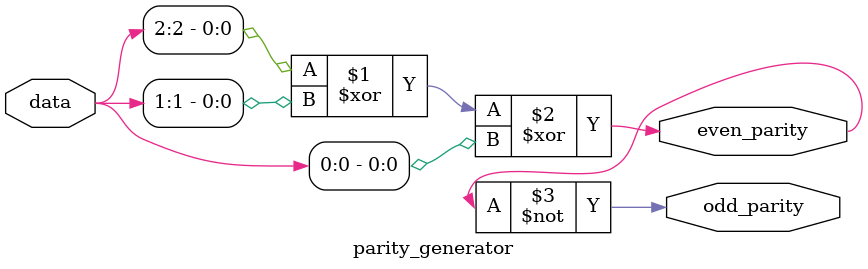
<source format=v>
module parity_generator (
    input  [2:0] data,
    output even_parity, odd_parity
);

    assign even_parity = data[2] ^ data[1] ^ data[0];    
    assign odd_parity  = ~even_parity;                 

endmodule

</source>
